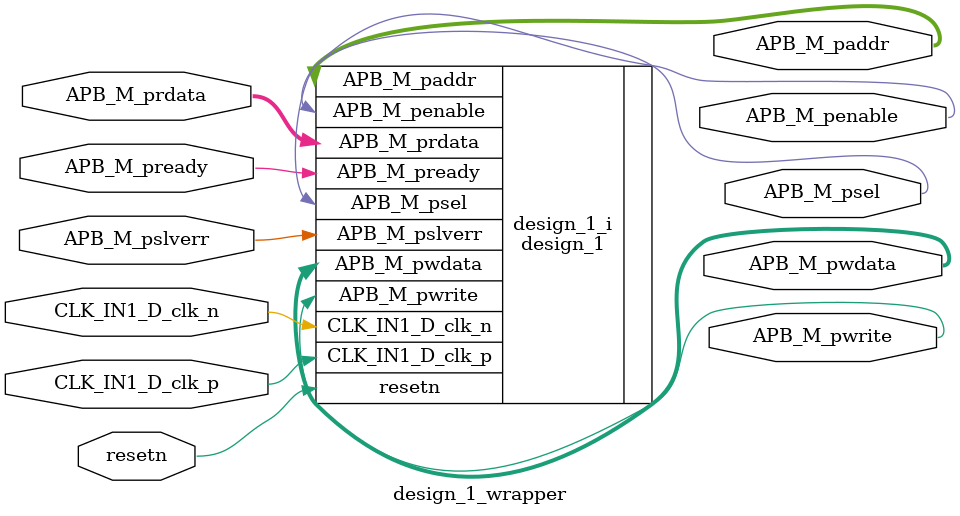
<source format=v>
`timescale 1 ps / 1 ps

module design_1_wrapper
   (APB_M_paddr,
    APB_M_penable,
    APB_M_prdata,
    APB_M_pready,
    APB_M_psel,
    APB_M_pslverr,
    APB_M_pwdata,
    APB_M_pwrite,
    CLK_IN1_D_clk_n,
    CLK_IN1_D_clk_p,
    resetn);
  output [31:0]APB_M_paddr;
  output APB_M_penable;
  input [31:0]APB_M_prdata;
  input [0:0]APB_M_pready;
  output [0:0]APB_M_psel;
  input [0:0]APB_M_pslverr;
  output [31:0]APB_M_pwdata;
  output APB_M_pwrite;
  input CLK_IN1_D_clk_n;
  input CLK_IN1_D_clk_p;
  input resetn;

  wire [31:0]APB_M_paddr;
  wire APB_M_penable;
  wire [31:0]APB_M_prdata;
  wire [0:0]APB_M_pready;
  wire [0:0]APB_M_psel;
  wire [0:0]APB_M_pslverr;
  wire [31:0]APB_M_pwdata;
  wire APB_M_pwrite;
  wire CLK_IN1_D_clk_n;
  wire CLK_IN1_D_clk_p;
  wire resetn;

  design_1 design_1_i
       (.APB_M_paddr(APB_M_paddr),
        .APB_M_penable(APB_M_penable),
        .APB_M_prdata(APB_M_prdata),
        .APB_M_pready(APB_M_pready),
        .APB_M_psel(APB_M_psel),
        .APB_M_pslverr(APB_M_pslverr),
        .APB_M_pwdata(APB_M_pwdata),
        .APB_M_pwrite(APB_M_pwrite),
        .CLK_IN1_D_clk_n(CLK_IN1_D_clk_n),
        .CLK_IN1_D_clk_p(CLK_IN1_D_clk_p),
        .resetn(resetn));
endmodule

</source>
